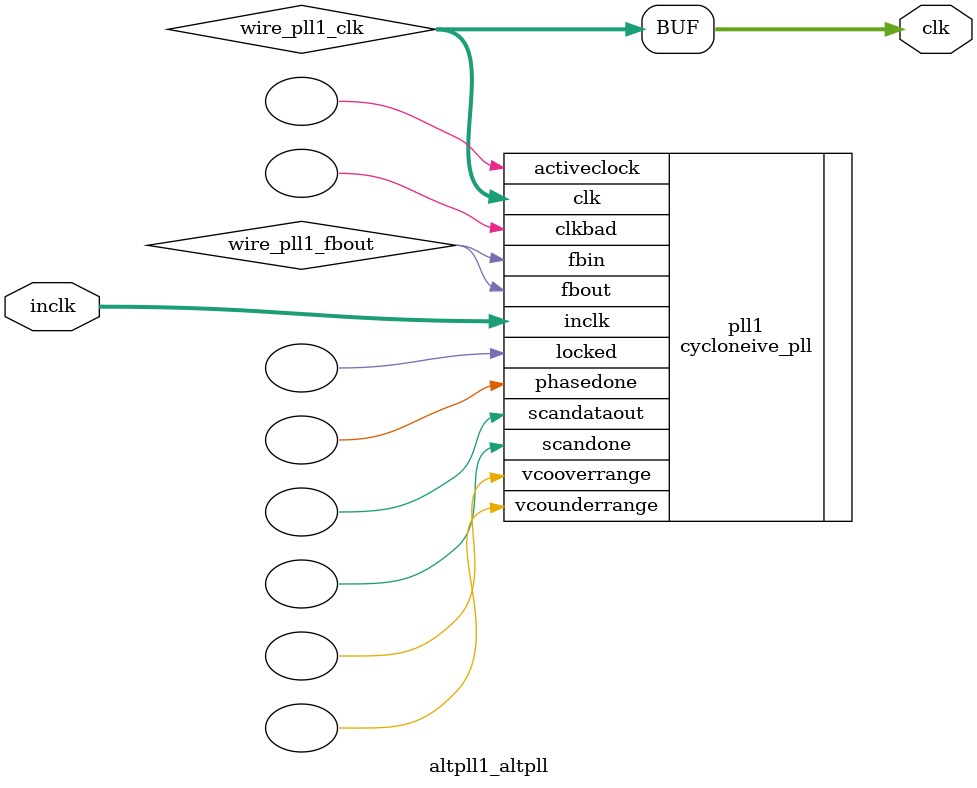
<source format=v>






//synthesis_resources = cycloneive_pll 1 
//synopsys translate_off
`timescale 1 ps / 1 ps
//synopsys translate_on
module  altpll1_altpll
	( 
	clk,
	inclk) /* synthesis synthesis_clearbox=1 */;
	output   [4:0]  clk;
	input   [1:0]  inclk;
`ifndef ALTERA_RESERVED_QIS
// synopsys translate_off
`endif
	tri0   [1:0]  inclk;
`ifndef ALTERA_RESERVED_QIS
// synopsys translate_on
`endif

	wire  [4:0]   wire_pll1_clk;
	wire  wire_pll1_fbout;

	cycloneive_pll   pll1
	( 
	.activeclock(),
	.clk(wire_pll1_clk),
	.clkbad(),
	.fbin(wire_pll1_fbout),
	.fbout(wire_pll1_fbout),
	.inclk(inclk),
	.locked(),
	.phasedone(),
	.scandataout(),
	.scandone(),
	.vcooverrange(),
	.vcounderrange()
	`ifndef FORMAL_VERIFICATION
	// synopsys translate_off
	`endif
	,
	.areset(1'b0),
	.clkswitch(1'b0),
	.configupdate(1'b0),
	.pfdena(1'b1),
	.phasecounterselect({3{1'b0}}),
	.phasestep(1'b0),
	.phaseupdown(1'b0),
	.scanclk(1'b0),
	.scanclkena(1'b1),
	.scandata(1'b0)
	`ifndef FORMAL_VERIFICATION
	// synopsys translate_on
	`endif
	);
	defparam
		pll1.bandwidth_type = "auto",
		pll1.clk0_divide_by = 3,
		pll1.clk0_duty_cycle = 50,
		pll1.clk0_multiply_by = 1,
		pll1.clk0_phase_shift = "0",
		pll1.compensate_clock = "clk0",
		pll1.inclk0_input_frequency = 3333,
		pll1.operation_mode = "normal",
		pll1.pll_type = "auto",
		pll1.lpm_type = "cycloneive_pll";
	assign
		clk = {wire_pll1_clk[4:0]};
endmodule //altpll1_altpll
//VALID FILE

</source>
